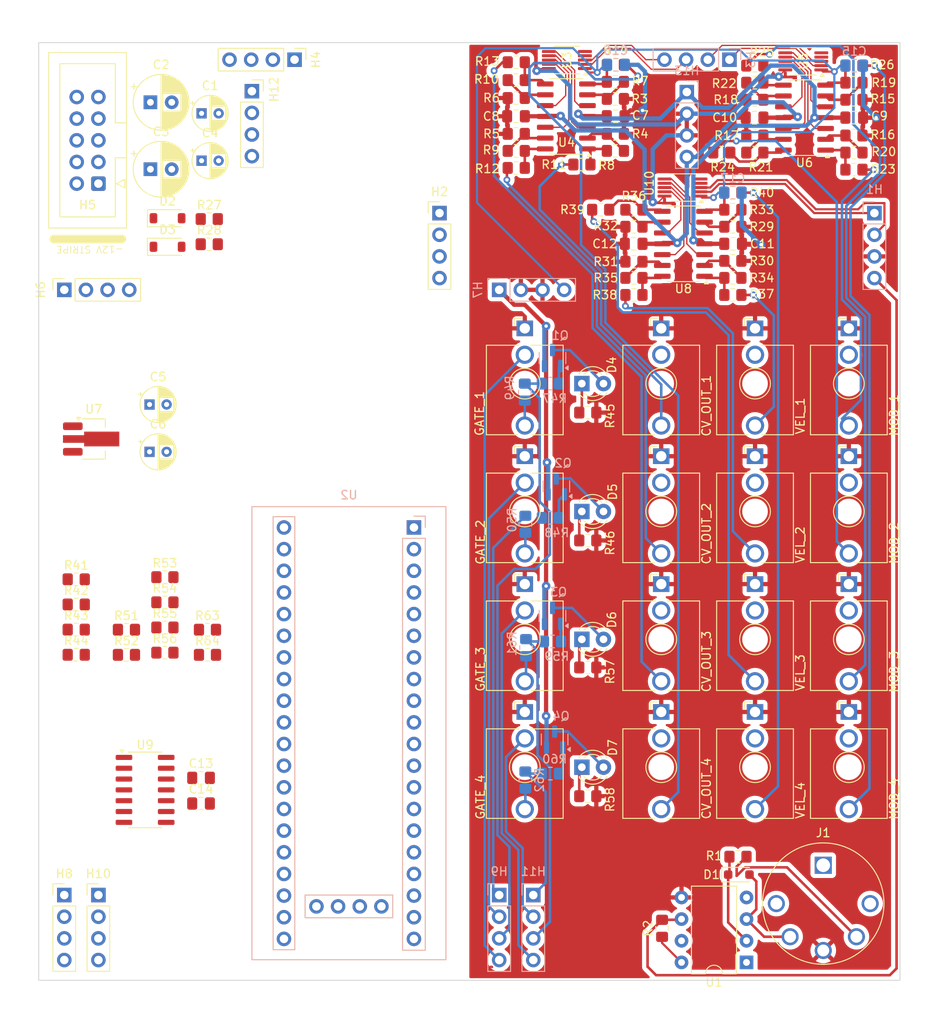
<source format=kicad_pcb>
(kicad_pcb (version 20240108) (generator "pcbnew") (generator_version "8.0")
  (layers (0 "F.Cu" signal) (31 "B.Cu" signal) (34 "B.Paste" user) (35 "F.Paste" user) (36 "B.SilkS" user "B.Silkscreen") (37 "F.SilkS" user "F.Silkscreen") (38 "B.Mask" user) (39 "F.Mask" user) (44 "Edge.Cuts" user))
  (net 0 "")
  (net 1 "GNDREF")
  (net 2 "+12V")
  (net 3 "-12V")
  (net 4 "+5V")
  (net 6 "Net-(CV_OUT_1-PadT)")
  (net 7 "Net-(CV_OUT_2-PadT)")
  (net 9 "Net-(CV_OUT_3-PadT)")
  (net 11 "Net-(CV_OUT_4-PadT)")
  (net 13 "Net-(D1-A)")
  (net 14 "Net-(D1-K)")
  (net 15 "Net-(D2-K)")
  (net 16 "Net-(D2-A)")
  (net 17 "Net-(D3-K)")
  (net 18 "Net-(D3-A)")
  (net 19 "Net-(D4-A)")
  (net 20 "Net-(D4-K)")
  (net 21 "Net-(D5-A)")
  (net 22 "Net-(D5-K)")
  (net 23 "Net-(D6-K)")
  (net 24 "Net-(D6-A)")
  (net 25 "Net-(D7-A)")
  (net 26 "Net-(D7-K)")
  (net 27 "/gate_out/GATE_2_CALLBACK")
  (net 28 "Net-(GATE_1-PadT)")
  (net 29 "Net-(GATE_2-PadT)")
  (net 30 "/gate_out/GATE_1_CALLBACK")
  (net 31 "/gate_out/GATE_3_CALLBACK")
  (net 32 "Net-(GATE_3-PadT)")
  (net 33 "Net-(GATE_4-PadT)")
  (net 34 "/gate_out/GATE_4_CALLBACK")
  (net 36 "Net-(MOD_1-PadT)")
  (net 37 "Net-(MOD_2-PadT)")
  (net 40 "Net-(MOD_3-PadT)")
  (net 41 "Net-(MOD_4-PadT)")
  (net 43 "Net-(Q1-B)")
  (net 44 "+3.3V")
  (net 45 "Net-(U4A--)")
  (net 46 "Net-(U4B--)")
  (net 47 "Net-(U4C--)")
  (net 48 "Net-(U4D--)")
  (net 49 "Net-(R14-Pad2)")
  (net 50 "Net-(R11-Pad2)")
  (net 51 "Net-(R12-Pad2)")
  (net 52 "Net-(R10-Pad1)")
  (net 53 "Net-(U6A--)")
  (net 54 "Net-(U6B--)")
  (net 55 "Net-(U6C--)")
  (net 56 "Net-(U6D--)")
  (net 57 "Net-(R19-Pad1)")
  (net 58 "Net-(R20-Pad1)")
  (net 59 "Net-(R21-Pad1)")
  (net 60 "Net-(R22-Pad1)")
  (net 61 "Net-(U8A--)")
  (net 62 "Net-(U8B--)")
  (net 63 "Net-(U8C--)")
  (net 64 "Net-(U8D--)")
  (net 65 "Net-(R33-Pad1)")
  (net 66 "Net-(R34-Pad1)")
  (net 67 "Net-(R35-Pad1)")
  (net 68 "Net-(R36-Pad1)")
  (net 69 "Net-(U9B--)")
  (net 70 "Net-(U9A--)")
  (net 71 "Net-(H2B-Pin_2)")
  (net 72 "Net-(H2A-Pin_1)")
  (net 73 "Net-(U9D--)")
  (net 74 "Net-(U9C--)")
  (net 75 "Net-(H1D-Pin_4)")
  (net 86 "/mcp4728_cv-out/SDA")
  (net 90 "/mcp4728_mod-wheel-out/SDA")
  (net 95 "/mcp4728_mod-wheel-out/SCL")
  (net 97 "/gate_out/GATE_IN_3")
  (net 98 "/mcp4728_cv-out/SCL")
  (net 99 "/gate_out/GATE_IN_2")
  (net 100 "/gate_out/GATE_IN_4")
  (net 102 "/mcp4728_velocity-out/SCL")
  (net 104 "/mcp4728_velocity-out/SDA")
  (net 106 "/gate_out/GATE_IN_1")
  (net 108 "Net-(U3-VOUTA)")
  (net 111 "Net-(U3-VOUTD)")
  (net 112 "Net-(U3-VOUTB)")
  (net 113 "Net-(U3-VOUTC)")
  (net 114 "Net-(U5-VOUTD)")
  (net 115 "Net-(U5-VOUTB)")
  (net 116 "Net-(U5-VOUTC)")
  (net 119 "Net-(U5-VOUTA)")
  (net 124 "Net-(H4C-Pin_3)")
  (net 125 "Net-(H8A-Pin_1)")
  (net 126 "Net-(H8C-Pin_3)")
  (net 127 "Net-(H9A-Pin_1)")
  (net 128 "Net-(Q2-B)")
  (net 129 "Net-(Q3-B)")
  (net 130 "Net-(Q4-B)")
  (net 131 "Net-(H2D-Pin_4)")
  (net 132 "Net-(H4B-Pin_2)")
  (net 133 "Net-(H4A-Pin_1)")
  (net 134 "Net-(H4D-Pin_4)")
  (net 135 "Net-(H9C-Pin_3)")
  (net 136 "Net-(H10A-Pin_1)")
  (net 137 "Net-(H10C-Pin_3)")
  (net 138 "Net-(H11A-Pin_1)")
  (net 141 "Net-(J1-Pad2)")
  (net 143 "Net-(U10-VOUTA)")
  (net 144 "Net-(U10-VOUTC)")
  (net 145 "Net-(U10-VOUTD)")
  (net 146 "Net-(U10-VOUTB)")
  (net 149 "Net-(H9D-Pin_4)")
  (net 150 "Net-(H9B-Pin_2)")
  (net 151 "Net-(H11B-Pin_2)")
  (net 152 "Net-(H11D-Pin_4)")
  (net 153 "Net-(H11C-Pin_3)")
  (net 154 "Net-(R37-Pad1)")
  (net 155 "Net-(R38-Pad1)")
  (net 156 "Net-(R39-Pad1)")
  (net 157 "Net-(R40-Pad1)")
  (footprint "Resistor_SMD:R_0805_2012Metric_Pad1.20x1.40mm_HandSolder" (layer "F.Cu") (at 119.8 59.6 180)
    (property "Reference" "R36")
    (property "Value" "47K [1%]")
  )
  (footprint "Synth:Jack_3.5mm_QingPu_WQP-PJ398SM_Vertical_CircularHoles" (layer "F.Cu") (at 134 80)
    (property "Reference" "VEL_1")
    (property "Value" "VEL_2")
  )
  (footprint "Package_SO:SOIC-14_3.9x8.7mm_P1.27mm" (layer "F.Cu") (at 111.875 48.66 180)
    (property "Reference" "U4")
    (property "Value" "TL074")
  )
  (footprint "Synth:Jack_3.5mm_QingPu_WQP-PJ398SM_Vertical_CircularHoles" (layer "F.Cu") (at 145 95)
    (property "Reference" "MOD_2")
    (property "Value" "MOD_3")
  )
  (footprint "Package_SO:SOIC-14_3.9x8.7mm_P1.27mm" (layer "F.Cu") (at 125.6 63.6 180)
    (property "Reference" "U8")
    (property "Value" "TL074")
  )
  (footprint "Synth:Jack_3.5mm_QingPu_WQP-PJ398SM_Vertical_CircularHoles" (layer "F.Cu") (at 107 95)
    (property "Reference" "GATE_2")
    (property "Value" "GATE_1")
  )
  (footprint "Package_SO:MSOP-10_3x3mm_P0.5mm" (layer "F.Cu") (at 139.6625 42.2 180)
    (property "Reference" "U5")
    (property "Value" "MCP4728")
  )
  (footprint "Resistor_SMD:R_0805_2012Metric_Pad1.20x1.40mm_HandSolder" (layer "F.Cu") (at 114.39 113.3)
    (property "Reference" "R57")
    (property "Value" "470R")
  )
  (footprint "Synth:Jack_3.5mm_QingPu_WQP-PJ398SM_Vertical_CircularHoles" (layer "F.Cu") (at 145 80)
    (property "Reference" "MOD_1")
    (property "Value" "MOD_2")
  )
  (footprint "Synth:Jack_3.5mm_QingPu_WQP-PJ398SM_Vertical_CircularHoles" (layer "F.Cu") (at 134 95)
    (property "Reference" "VEL_2")
    (property "Value" "VEL_3")
  )
  (footprint "Diode_SMD:D_SOD-323_HandSoldering" (layer "F.Cu") (at 132.1 137.6)
    (property "Reference" "D1")
    (property "Value" "1N4148")
  )
  (footprint "Synth:PinHeader_1x04_P2.54mm_Vertical" (layer "F.Cu") (at 80 42 -90)
    (property "Reference" "H4")
    (property "Value" "PinHeader_01x04")
  )
  (footprint "Synth:Jack_3.5mm_QingPu_WQP-PJ398SM_Vertical_CircularHoles" (layer "F.Cu") (at 123 125)
    (property "Reference" "CV_OUT_4")
    (property "Value" "CV_OUT_1")
  )
  (footprint "Capacitor_THT:CP_Radial_D4.0mm_P2.00mm" (layer "F.Cu") (at 69.1 53.85)
    (property "Reference" "C4")
    (property "Value" "0.1uF")
  )
  (footprint "Resistor_SMD:R_0805_2012Metric_Pad1.20x1.40mm_HandSolder" (layer "F.Cu") (at 117.625 50.7)
    (property "Reference" "R4")
    (property "Value" "10K [1%]")
  )
  (footprint "Synth:Jack_3.5mm_QingPu_WQP-PJ398SM_Vertical_CircularHoles" (layer "F.Cu") (at 123 110)
    (property "Reference" "CV_OUT_3")
    (property "Value" "CV_OUT_4")
  )
  (footprint "Resistor_SMD:R_0805_2012Metric_Pad1.20x1.40mm_HandSolder" (layer "F.Cu") (at 106 52.7 180)
    (property "Reference" "R9")
    (property "Value" "47K [1%]")
  )
  (footprint "Resistor_SMD:R_0805_2012Metric_Pad1.20x1.40mm_HandSolder" (layer "F.Cu") (at 131.4 67.6)
    (property "Reference" "R34")
    (property "Value" "47K [1%]")
  )
  (footprint "Synth:LED_D3.0mm" (layer "F.Cu") (at 115 95)
    (property "Reference" "D5")
    (property "Value" "RED_OUT_20mA")
  )
  (footprint "Synth:Jack_3.5mm_QingPu_WQP-PJ398SM_Vertical_CircularHoles" (layer "F.Cu") (at 107 80)
    (property "Reference" "GATE_1")
    (property "Value" "GATE_2")
  )
  (footprint "Synth:Jack_3.5mm_QingPu_WQP-PJ398SM_Vertical_CircularHoles" (layer "F.Cu") (at 123 95)
    (property "Reference" "CV_OUT_2")
    (property "Value" "CV_OUT_3")
  )
  (footprint "Capacitor_SMD:C_0805_2012Metric_Pad1.18x1.45mm_HandSolder" (layer "F.Cu") (at 69.0375 129.26)
    (property "Reference" "C14")
    (property "Value" "0.1uF")
  )
  (footprint "Resistor_SMD:R_0805_2012Metric_Pad1.20x1.40mm_HandSolder" (layer "F.Cu") (at 106 50.7 180)
    (property "Reference" "R5")
    (property "Value" "10K [1%]")
  )
  (footprint "Capacitor_THT:CP_Radial_D6.3mm_P2.50mm" (layer "F.Cu") (at 63.1 54.85)
    (property "Reference" "C3")
    (property "Value" "47uF")
  )
  (footprint "Package_SO:SOIC-14_3.9x8.7mm_P1.27mm" (layer "F.Cu") (at 139.8 48.8 180)
    (property "Reference" "U6")
    (property "Value" "TL074")
  )
  (footprint "Resistor_SMD:R_0805_2012Metric_Pad1.20x1.40mm_HandSolder" (layer "F.Cu") (at 114.39 83.4)
    (property "Reference" "R45")
    (property "Value" "470R")
  )
  (footprint "Synth:Jack_3.5mm_QingPu_WQP-PJ398SM_Vertical_CircularHoles" (layer "F.Cu") (at 134 110)
    (property "Reference" "VEL_3")
    (property "Value" "VEL_4")
  )
  (footprint "Capacitor_THT:CP_Radial_D4.0mm_P2.00mm" (layer "F.Cu") (at 69.1 48.3)
    (property "Reference" "C1")
    (property "Value" "0.1uF")
  )
  (footprint "Synth:PinHeader_1x04_P2.54mm_Vertical" (layer "F.Cu") (at 53 140)
    (property "Reference" "H8")
    (property "Value" "PinHeader_01x04")
  )
  (footprint "Resistor_SMD:R_0805_2012Metric_Pad1.20x1.40mm_HandSolder" (layer "F.Cu") (at 117.625 52.7)
    (property "Reference" "R8")
    (property "Value" "47K [1%]")
  )
  (footprint "Synth:IDC-Header_2x05_P2.54mm_Vertical" (layer "F.Cu") (at 57 56.54 180)
    (property "Reference" "H5")
    (property "Value" "Conn_02x05_PWR_Eurorack")
  )
  (footprint "Synth:LED_D3.0mm" (layer "F.Cu") (at 115 80)
    (property "Reference" "D4")
    (property "Value" "RED_OUT_20mA")
  )
  (footprint "Resistor_SMD:R_0805_2012Metric_Pad1.20x1.40mm_HandSolder" (layer "F.Cu") (at 130.1 52.9)
    (property "Reference" "R24")
    (property "Value" "1K")
  )
  (footprint "Resistor_SMD:R_0805_2012Metric_Pad1.20x1.40mm_HandSolder" (layer "F.Cu") (at 145.6 44.7)
    (property "Reference" "R19")
    (property "Value" "47K [1%]")
  )
  (footprint "Resistor_SMD:R_0805_2012Metric_Pad1.20x1.40mm_HandSolder" (layer "F.Cu") (at 113.7 54.3)
    (property "Reference" "R11")
    (property "Value" "1K")
  )
  (footprint "Package_SO:MSOP-10_3x3mm_P0.5mm" (layer "F.Cu") (at 111.9375 42.04 180)
    (property "Reference" "U3")
    (property "Value" "MCP4728")
  )
  (footprint "Resistor_SMD:R_0805_2012Metric_Pad1.20x1.40mm_HandSolder" (layer "F.Cu") (at 131.4 57.6 180)
    (property "Reference" "R40")
    (property "Value" "1K")
  )
  (footprint "Resistor_SMD:R_0805_2012Metric_Pad1.20x1.40mm_HandSolder" (layer "F.Cu") (at 54.4 111.81)
    (property "Reference" "R44")
    (property "Value" "100K")
  )
  (footprint "Resistor_SMD:R_0805_2012Metric_Pad1.20x1.40mm_HandSolder" (layer "F.Cu") (at 54.4 108.86)
    (property "Reference" "R43")
    (property "Value" "100K")
  )
  (footprint "Resistor_SMD:R_0805_2012Metric_Pad1.20x1.40mm_HandSolder" (layer "F.Cu") (at 114.39 128.4)
    (property "Reference" "R58")
    (property "Value" "470R")
  )
  (footprint "Resistor_SMD:R_0805_2012Metric_Pad1.20x1.40mm_HandSolder" (layer "F.Cu") (at 69.79 111.82)
    (property "Reference" "R64")
    (property "Value" "100K")
  )
  (footprint "Synth:Jack_3.5mm_QingPu_WQP-PJ398SM_Vertical_CircularHoles" (layer "F.Cu") (at 107 110)
    (property "Reference" "GATE_3")
    (property "Value" "GATE_3")
  )
  (footprint "Synth:PinHeader_1x04_P2.54mm_Vertical" (layer "F.Cu") (at 97 60)
    (property "Reference" "H2")
    (property "Value" "PinHeader_01x04")
  )
  (footprint "Synth:PinSocket_1x04_P2.54mm_Vertical" (layer "F.Cu") (at 75 45.7)
    (property "Reference" "H12")
    (property "Value" "PinSocket_01x04")
  )
  (footprint "Capacitor_SMD:C_0805_2012Metric_Pad1.18x1.45mm_HandSolder" (layer "F.Cu") (at 119.77 63.6)
    (property "Reference" "C12")
    (property "Value" "0.1uF")
  )
  (footprint "Resistor_SMD:R_0805_2012Metric_Pad1.20x1.40mm_HandSolder" (layer "F.Cu") (at 133.975 42.7)
    (property "Reference" "R25")
    (property "Value" "1K")
  )
  (footprint "Synth:Jack_3.5mm_QingPu_WQP-PJ398SM_Vertical_CircularHoles" (layer "F.Cu") (at 145 125)
    (property "Reference" "MOD_4")
    (property "Value" "MOD_1")
  )
  (footprint "Resistor_SMD:R_0805_2012Metric_Pad1.20x1.40mm_HandSolder" (layer "F.Cu") (at 115.9 59.6)
    (property "Reference" "R39")
    (property "Value" "1K")
  )
  (footprint "Package_SO:MSOP-10_3x3mm_P0.5mm" (layer "F.Cu") (at 125.5 57 180)
    (property "Reference" "U10")
    (property "Value" "MCP4728")
  )
  (footprint "Synth:Jack_3.5mm_QingPu_WQP-PJ398SM_Vertical_CircularHoles" (layer "F.Cu") (at 107 125)
    (property "Reference" "GATE_4")
    (property "Value" "GATE_4")
  )
  (footprint "Synth:LED_D3.0mm" (layer "F.Cu") (at 115 110)
    (property "Reference" "D6")
    (property "Value" "RED_OUT_20mA")
  )
  (footprint "Resistor_SMD:R_0805_2012Metric_Pad1.20x1.40mm_HandSolder" (layer "F.Cu") (at 64.8 105.66)
    (property "Reference" "R54")
    (property "Value" "68K")
  )
  (footprint "Resistor_SMD:R_0805_2012Metric_Pad1.20x1.40mm_HandSolder" (layer "F.Cu") (at 145.6 54.9 180)
    (property "Reference" "R23")
    (property "Value" "1K")
  )
  (footprint "Resistor_SMD:R_0805_2012Metric_Pad1.20x1.40mm_HandSolder" (layer "F.Cu") (at 131.4 65.6)
    (property "Reference" "R30")
    (property "Value" "10K [1%]")
  )
  (footprint "Resistor_SMD:R_0805_2012Metric_Pad1.20x1.40mm_HandSolder" (layer "F.Cu") (at 117.625 42.6 180)
    (property "Reference" "R14")
    (property "Value" "1K")
  )
  (footprint "Resistor_SMD:R_0805_2012Metric_Pad1.20x1.40mm_HandSolder" (layer "F.Cu") (at 133.975 50.9 180)
    (property "Reference" "R17")
    (property "Value" "10K [1%]")
  )
  (footprint "Diode_SMD:D_SOD-123" (layer "F.Cu") (at 65.109759 60.6)
    (property "Reference" "D2")
    (property "Value" "1N5819")
  )
  (footprint "Resistor_SMD:R_0805_2012Metric_Pad1.20x1.40mm_HandSolder" (layer "F.Cu") (at 133.975 46.7 180)
    (property "Reference" "R18")
    (property "Value" "10K [1%]")
  )
  (footprint "Resistor_SMD:R_0805_2012Metric_Pad1.20x1.40mm_HandSolder" (layer "F.Cu") (at 145.6 46.7)
    (property "Reference" "R15")
    (property "Value" "10K [1%]")
  )
  (footprint "Resistor_SMD:R_0805_2012Metric_Pad1.20x1.40mm_HandSolder" (layer "F.Cu") (at 60.29 108.87)
    (property "Reference" "R51")
    (property "Value" "100K")
  )
  (footprint "Resistor_SMD:R_0805_2012Metric_Pad1.20x1.40mm_HandSolder" (layer "F.Cu") (at 132 135.5 180)
    (property "Reference" "R1")
    (property "Value" "220R")
  )
  (footprint "Synth:Jack_3.5mm_QingPu_WQP-PJ398SM_Vertical_CircularHoles" (layer "F.Cu") (at 123 80)
    (property "Reference" "CV_OUT_1")
    (property "Value" "CV_OUT_2")
  )
  (footprint "Synth:Jack_3.5mm_QingPu_WQP-PJ398SM_Vertical_CircularHoles" (layer "F.Cu") (at 134 125)
    (property "Reference" "VEL_4")
    (property "Value" "VEL_1")
  )
  (footprint "Capacitor_THT:CP_Radial_D6.3mm_P2.50mm" (layer "F.Cu") (at 63.1 47)
    (property "Reference" "C2")
    (property "Value" "47uF")
  )
  (footprint "Capacitor_SMD:C_0805_2012Metric_Pad1.18x1.45mm_HandSolder" (layer "F.Cu") (at 145.63 48.8)
    (property "Reference" "C9")
    (property "Value" "0.1uF")
  )
  (footprint "Synth:MIDI_DIN5-SD-60BV" (layer "F.Cu") (at 142 141)
    (property "Reference" "J1")
    (property "Value" "DIN-6")
  )
  (footprint "Resistor_SMD:R_0805_2012Metric_Pad1.20x1.40mm_HandSolder" (layer "F.Cu") (at 117.625 44.6)
    (property "Reference" "R7")
    (property "Value" "47K [1%]")
  )
  (footprint "Capacitor_SMD:C_0805_2012Metric_Pad1.18x1.45mm_HandSolder" (layer "F.Cu") (at 105.97 48.64)
    (property "Reference" "C8")
    (property "Value" "0.1uF")
  )
  (footprint "Resistor_SMD:R_0805_2012Metric_Pad1.20x1.40mm_HandSolder" (layer "F.Cu") (at 60.29 111.82)
    (property "Reference" "R52")
    (property "Value" "100K")
  )
  (footprint "Resistor_SMD:R_0805_2012Metric_Pad1.20x1.40mm_HandSolder" (layer "F.Cu") (at 114.39 98.4)
    (property "Reference" "R46")
    (property "Value" "470R")
  )
  (footprint "Resistor_SMD:R_0805_2012Metric_Pad1.20x1.40mm_HandSolder" (layer "F.Cu") (at 106 46.5 180)
    (property "Reference" "R6")
    (property "Value" "10K [1%]")
  )
  (footprint "Resistor_SMD:R_0805_2012Metric_Pad1.20x1.40mm_HandSolder" (layer "F.Cu") (at 131.4 69.6 180)
    (property "Reference" "R37")
    (property "Value" "1K")
  )
  (footprint "Synth:PinHeader_1x04_P2.54mm_Vertical" (layer "F.Cu") (at 57 140)
    (property "Reference" "H10")
    (property "Value" "PinHeader_01x04")
  )
  (footprint "Capacitor_SMD:C_0805_2012Metric_Pad1.18x1.45mm_HandSolder" (layer "F.Cu") (at 133.945 48.8)
    (property "Reference" "C10")
    (property "Value" "0.1uF")
  )
  (footprint "Capacitor_THT:CP_Radial_D4.0mm_P2.00mm" (layer "F.Cu") (at 63 82.45)
    (property "Reference" "C5")
    (property "Value" "0.1uF")
  )
  (footprint "Resistor_SMD:R_0805_2012Metric_Pad1.20x1.40mm_HandSolder" (layer "F.Cu") (at 54.4 102.96)
    (property "Reference" "R41")
    (property "Value" "68K")
  )
  (footprint "Resistor_SMD:R_0805_2012Metric_Pad1.20x1.40mm_HandSolder" (layer "F.Cu") (at 119.8 61.6 180)
    (property "Reference" "R32")
    (property "Value" "10K [1%]")
  )
  (footprint "Resistor_SMD:R_0805_2012Metric_Pad1.20x1.40mm_HandSolder" (layer "F.Cu") (at 131.4 59.6)
    (property "Reference" "R33")
    (property "Value" "47K [1%]")
  )
  (footprint "Capacitor_THT:CP_Radial_D4.0mm_P2.00mm" (layer "F.Cu") (at 63 88)
    (property "Reference" "C6")
    (property "Value" "0.1uF")
  )
  (footprint "Resistor_SMD:R_0805_2012Metric_Pad1.20x1.40mm_HandSolder" (layer "F.Cu") (at 145.6 52.9)
    (property "Reference" "R20")
    (property "Value" "47K [1%]")
  )
  (footprint "Resistor_SMD:R_0805_2012Metric_Pad1.20x1.40mm_HandSolder" (layer "F.Cu") (at 119.8 69.6)
    (property "Reference" "R38")
    (property "Value" "1K")
  )
  (footprint "Synth:Jack_3.5mm_QingPu_WQP-PJ398SM_Vertical_CircularHoles" (layer "F.Cu") (at 145 110)
    (property "Reference" "MOD_3")
    (property "Value" "MOD_4")
  )
  (footprint "Resistor_SMD:R_0805_2012Metric_Pad1.20x1.40mm_HandSolder" (layer "F.Cu") (at 133.975 52.9 180)
    (property "Reference" "R21")
    (property "Value" "47K [1%]")
  )
  (footprint "Resistor_SMD:R_0805_2012Metric_Pad1.20x1.40mm_HandSolder" (layer "F.Cu") (at 119.8 65.7 180)
    (property "Reference" "R31")
    (property "Value" "10K [1%]")
  )
  (footprint "Resistor_SMD:R_0805_2012Metric_Pad1.20x1.40mm_HandSolder" (layer "F.Cu") (at 123.1 143.9 90)
    (property "Reference" "R2")
    (property "Value" "10K")
  )
  (footprint "Resistor_SMD:R_0805_2012Metric_Pad1.20x1.40mm_HandSolder" (layer "F.Cu") (at 64.8 102.71)
    (property "Reference" "R53")
    (property "Value" "68K")
  )
  (footprint "Resistor_SMD:R_0805_2012Metric_Pad1.20x1.40mm_HandSolder" (layer "F.Cu") (at 106 42.3)
    (property "Reference" "R13")
    (property "Value" "1K")
  )
  (footprint "Resistor_SMD:R_0805_2012Metric_Pad1.20x1.40mm_HandSolder" (layer "F.Cu") (at 145.6 42.7 180)
    (property "Reference" "R26")
    (property "Value" "1K")
  )
  (footprint "Capacitor_SMD:C_0805_2012Metric_Pad1.18x1.45mm_HandSolder" (layer "F.Cu") (at 117.655 48.64)
    (property "Reference" "C7")
    (property "Value" "0.1uF")
  )
  (footprint "Synth:LED_D3.0mm" (layer "F.Cu") (at 115 125)
    (property "Reference" "D7")
    (property "Value" "RED_OUT_20mA")
  )
  (footprint "Diode_SMD:D_SOD-123" (layer "F.Cu") (at 65.109759 63.95)
    (property "Reference" "D3")
    (property "Value" "1N5819")
  )
  (footprint "Capacitor_SMD:C_0805_2012Metric_Pad1.18x1.45mm_HandSolder" (layer "F.Cu") (at 69.0375 126.25)
    (property "Reference" "C13")
    (property "Value" "0.1uF")
  )
  (footprint "Resistor_SMD:R_0805_2012Metric_Pad1.20x1.40mm_HandSolder" (layer "F.Cu") (at 54.4 105.91)
    (property "Reference" "R42")
    (property "Value" "68K")
  )
  (footprint "Resistor_SMD:R_0805_2012Metric_Pad1.20x1.40mm_HandSolder" (layer "F.Cu") (at 133.975 44.7 180)
    (property "Reference" "R22")
    (property "Value" "47K [1%]")
  )
  (footprint "Resistor_SMD:R_0805_2012Metric_Pad1.20x1.40mm_HandSolder" (layer "F.Cu") (at 106 54.7)
    (property "Reference" "R12")
    (property "Value" "1K")
  )
  (footprint "Resistor_SMD:R_0805_2012Metric_Pad1.20x1.40mm_HandSolder" (layer "F.Cu") (at 64.8 111.56)
    (property "Reference" "R56")
    (property "Value" "100K")
  )
  (footprint "Resistor_SMD:R_0805_2012Metric_Pad1.20x1.40mm_HandSolder" (layer "F.Cu") (at 64.8 108.61)
    (property "Reference" "R55")
    (property "Value" "100K")
  )
  (footprint "Resistor_SMD:R_0805_2012Metric_Pad1.20x1.40mm_HandSolder" (layer "F.Cu") (at 117.625 46.6)
    (property "Reference" "R3")
    (property "Value" "10K [1%]")
  )
  (footprint "Resistor_SMD:R_0805_2012Metric_Pad1.20x1.40mm_HandSolder" (layer "F.Cu") (at 119.8 67.6 180)
    (property "Reference" "R35")
    (property "Value" "47K [1%]")
  )
  (footprint "Package_TO_SOT_SMD:SOT-89-3_Handsoldering" (layer "F.Cu") (at 56.45 86.5)
    (property "Reference" "U7")
    (property "Value" "L7805")
  )
  (footprint "Resistor_SMD:R_0805_2012Metric_Pad1.20x1.40mm_HandSolder" (layer "F.Cu") (at 131.4 61.6)
    (property "Reference" "R29")
    (property "Value" "10K [1%]")
  )
  (footprint "Synth:PinSocket_1x04_P2.54mm_Vertical" (layer "F.Cu") (at 53 69 90)
    (property "Reference" "H6")
    (property "Value" "PinSocket_01x04")
  )
  (footprint "Resistor_SMD:R_0805_2012Metric_Pad1.20x1.40mm_HandSolder" (layer "F.Cu") (at 145.6 50.9)
    (property "Reference" "R16")
    (property "Value" "10K [1%]")
  )
  (footprint "Resistor_SMD:R_0805_2012Metric_Pad1.20x1.40mm_HandSolder" (layer "F.Cu") (at 106 44.4 180)
    (property "Reference" "R10")
    (property "Value" "47K [1%]")
  )
  (footprint "Package_DIP:DIP-8_W7.62mm" (layer "F.Cu") (at 133 147.9 180)
    (property "Reference" "U1")
    (property "Value" "6N135")
  )
  (footprint "Resistor_SMD:R_0805_2012Metric_Pad1.20x1.40mm_HandSolder" (layer "F.Cu") (at 70 63.65)
    (property "Reference" "R28")
    (property "Value" "10")
  )
  (footprint "Package_SO:SOIC-14_3.9x8.7mm_P1.27mm" (layer "F.Cu") (at 62.475 127.66)
    (property "Reference" "U9")
    (property "Value" "TL074")
  )
  (footprint "Capacitor_SMD:C_0805_2012Metric_Pad1.18x1.45mm_HandSolder" (layer "F.Cu") (at 131.43 63.6)
    (property "Reference" "C11")
    (property "Value" "0.1uF")
  )
  (footprint "Resistor_SMD:R_0805_2012Metric_Pad1.20x1.40mm_HandSolder" (layer "F.Cu") (at 69.79 108.87)
    (property "Reference" "R63")
    (property "Value" "100K")
  )
  (footprint "Resistor_SMD:R_0805_2012Metric_Pad1.20x1.40mm_HandSolder" (layer "F.Cu") (at 70 60.7)
    (property "Reference" "R27")
    (property "Value" "10")
  )
  (footprint "Resistor_SMD:R_0805_2012Metric_Pad1.20x1.40mm_HandSolder" (layer "B.Cu") (at 107 81 90)
    (property "Reference" "R49")
    (property "Value" "1K")
  )
  (footprint "Synth:PinSocket_1x04_P2.54mm_Vertical" (layer "B.Cu") (at 104 140 180)
    (property "Reference" "H9")
    (property "Value" "PinSocket_01x04")
  )
  (footprint "Package_TO_SOT_SMD:SOT-23" (layer "B.Cu") (at 110.5 121.75 90)
    (property "Reference" "Q4")
    (property "Value" "BC848")
  )
  (footprint "Capacitor_SMD:C_0805_2012Metric_Pad1.18x1.45mm_HandSolder" (layer "B.Cu") (at 131.4 57.6 180)
    (property "Reference" "C17")
    (property "Value" "0.1uF")
  )
  (footprint "Resistor_SMD:R_0805_2012Metric_Pad1.20x1.40mm_HandSolder" (layer "B.Cu") (at 107.068278 96.503592 90)
    (property "Reference" "R50")
    (property "Value" "1K")
  )
  (footprint "Resistor_SMD:R_0805_2012Metric_Pad1.20x1.40mm_HandSolder" (layer "B.Cu") (at 107.146223 110.975512 90)
    (property "Reference" "R61")
    (property "Value" "1K")
  )
  (footprint "Synth:PinHeader_1x04_P2.54mm_Vertical" (layer "B.Cu") (at 104 69 -90)
    (property "Reference" "H7")
    (property "Value" "PinHeader_01x04")
  )
  (footprint "Resistor_SMD:R_0805_2012Metric_Pad1.20x1.40mm_HandSolder" (layer "B.Cu") (at 107.068278 126.503592 90)
    (property "Reference" "R62")
    (property "Value" "1K")
  )
  (footprint "Resistor_SMD:R_0805_2012Metric_Pad1.20x1.40mm_HandSolder" (layer "B.Cu") (at 110 80 180)
    (property "Reference" "R47")
    (property "Value" "22K")
  )
  (footprint "Resistor_SMD:R_0805_2012Metric_Pad1.20x1.40mm_HandSolder" (layer "B.Cu") (at 110.25 110.25 180)
    (property "Reference" "R59")
    (property "Value" "22K")
  )
  (footprint "Resistor_SMD:R_0805_2012Metric_Pad1.20x1.40mm_HandSolder" (layer "B.Cu") (at 110 95.75 180)
    (property "Reference" "R48")
    (property "Value" "22K")
  )
  (footprint "Resistor_SMD:R_0805_2012Metric_Pad1.20x1.40mm_HandSolder" (layer "B.Cu") (at 110 125.75 180)
    (property "Reference" "R60")
    (property "Value" "22K")
  )
  (footprint "Package_TO_SOT_SMD:SOT-23" (layer "B.Cu") (at 110.25 107.25 90)
    (property "Reference" "Q3")
    (property "Value" "BC848")
  )
  (footprint "Capacitor_SMD:C_0805_2012Metric_Pad1.18x1.45mm_HandSolder" (layer "B.Cu") (at 117.7 42.6 180)
    (property "Reference" "C16")
    (property "Value" "0.1uF")
  )
  (footprint "Synth:PinHeader_1x04_P2.54mm_Vertical" (layer "B.Cu") (at 126 45.8 180)
    (property "Reference" "H13")
    (property "Value" "PinHeader_01x04")
  )
  (footprint "Package_TO_SOT_SMD:SOT-23" (layer "B.Cu") (at 110.7 92.0625 90)
    (property "Reference" "Q2")
    (property "Value" "BC848")
  )
  (footprint "Package_TO_SOT_SMD:SOT-23" (layer "B.Cu") (at 110.25 77 90)
    (property "Reference" "Q1")
    (property "Value" "BC848")
  )
  (footprint "Synth:PinSocket_1x04_P2.54mm_Vertical" (layer "B.Cu") (at 148 60 180)
    (property "Reference" "H1")
    (property "Value" "PinSocket_01x04")
  )
  (footprint "stm32:YAAJ_WeAct_BlackPill_SWD_2" (layer "B.Cu") (at 94 96.88 180)
    (property "Reference" "U2")
    (property "Value" "YAAJ_WeAct_BlackPill_Part_Like" (hide yes))
  )
  (footprint "Capacitor_SMD:C_0805_2012Metric_Pad1.18x1.45mm_HandSolder" (layer "B.Cu") (at 145.6375 42.7 180)
    (property "Reference" "C15")
    (property "Value" "0.1uF")
  )
  (footprint "Synth:PinSocket_1x04_P2.54mm_Vertical" (layer "B.Cu") (at 131 42 90)
    (property "Reference" "H3")
    (property "Value" "PinSocket_01x04")
  )
  (footprint "Synth:PinSocket_1x04_P2.54mm_Vertical" (layer "B.Cu") (at 108 140 180)
    (property "Reference" "H11")
    (property "Value" "PinSocket_01x04")
  )
  (gr_rect (start 50 40) (end 151 150) (stroke (width 0.1)) (fill none) (layer "Edge.Cuts"))
  (segment (start 132.325 40.675) (end 131 42) (width 0.15) (layer "F.Cu") (net 0))
  (segment (start 141.132082 59.55) (end 146.1 59.55) (width 0.25) (layer "F.Cu") (net 0))
  (segment (start 137.707082 56.125) (end 141.132082 59.55) (width 0.25) (layer "F.Cu") (net 0))
  (segment (start 146.825 58.825) (end 149.175 58.825) (width 0.25) (layer "F.Cu") (net 0))
  (segment (start 128.743504 57) (end 129.618504 56.125) (width 0.25) (layer "F.Cu") (net 0))
  (segment (start 137.520686 56.575) (end 129.8049 56.575) (width 0.25) (layer "F.Cu") (net 0))
  (segment (start 140.805026 42.7) (end 138.780026 40.675) (width 0.15) (layer "F.Cu") (net 0))
  (segment (start 149.175 58.825) (end 149.175 61.365) (width 0.25) (layer "F.Cu") (net 0))
  (segment (start 129.618504 56.125) (end 137.707082 56.125) (width 0.25) (layer "F.Cu") (net 0))
  (segment (start 130.135 40.325) (end 138.925 40.325) (width 0.15) (layer "F.Cu") (net 0))
  (segment (start 149.175 61.365) (end 148 62.54) (width 0.25) (layer "F.Cu") (net 0))
  (segment (start 140.8 42.2) (end 141.775 42.2) (width 0.15) (layer "F.Cu") (net 0))
  (segment (start 146.1 59.55) (end 146.825 58.825) (width 0.25) (layer "F.Cu") (net 0))
  (segment (start 129.8049 56.575) (end 128.8799 57.5) (width 0.25) (layer "F.Cu") (net 0))
  (segment (start 128.8799 57.5) (end 127.6125 57.5) (width 0.25) (layer "F.Cu") (net 0))
  (segment (start 140.945686 60) (end 137.520686 56.575) (width 0.25) (layer "F.Cu") (net 0))
  (segment (start 138.925 40.325) (end 140.8 42.2) (width 0.15) (layer "F.Cu") (net 0))
  (segment (start 127.6125 57) (end 128.743504 57) (width 0.25) (layer "F.Cu") (net 0))
  (segment (start 138.780026 40.675) (end 132.325 40.675) (width 0.15) (layer "F.Cu") (net 0))
  (segment (start 141.775 42.7) (end 140.805026 42.7) (width 0.15) (layer "F.Cu") (net 0))
  (segment (start 128.46 42) (end 130.135 40.325) (width 0.15) (layer "F.Cu") (net 0))
  (segment (start 148 60) (end 140.945686 60) (width 0.25) (layer "F.Cu") (net 0))
  (segment (start 123.3875 58) (end 122.6875 58.7) (width 0.15) (layer "F.Cu") (net 1))
  (segment (start 119.3825 47.95) (end 118.6925 48.64) (width 0.5) (layer "F.Cu") (net 1))
  (segment (start 148.2 48.8) (end 146.6675 48.8) (width 0.5) (layer "F.Cu") (net 1))
  (segment (start 136.779036 43.970964) (end 137.55 43.2) (width 0.15) (layer "F.Cu") (net 1))
  (segment (start 103 148.4) (end 103.118299 148.4) (width 0.25) (layer "F.Cu") (net 1))
  (segment (start 108.66 43.04) (end 108.4 43.3) (width 0.15) (layer "F.Cu") (net 1))
  (segment (start 136.779036 43.990001) (end 136.779036 43.970964) (width 0.15) (layer "F.Cu") (net 1))
  (segment (start 132.5675 63.7) (end 132.4675 63.6) (width 0.5) (layer "F.Cu") (net 1))
  (segment (start 108.4 43.3) (end 108.535 43.165) (width 0.5) (layer "F.Cu") (net 1))
  (segment (start 122.6875 58.7) (end 122 58.7) (width 0.15) (layer "F.Cu") (net 1))
  (segment (start 120.8 47.95) (end 119.3825 47.95) (width 0.5) (layer "F.Cu") (net 1))
  (segment (start 134.7 63.7) (end 132.5675 63.7) (width 0.5) (layer "F.Cu") (net 1))
  (segment (start 103.118299 148.4) (end 103.16915 148.450851) (width 0.25) (layer "F.Cu") (net 1))
  (segment (start 109.825 43.04) (end 108.66 43.04) (width 0.15) (layer "F.Cu") (net 1))
  (via (at 120.8 47.95) (size 1) (drill 0.4) (layers "F.Cu" "B.Cu") (net 1))
  (via (at 134.7 63.7) (size 1) (drill 0.4) (layers "F.Cu" "B.Cu") (net 1))
  (via (at 136.779036 43.990001) (size 1) (drill 0.4) (layers "F.Cu" "B.Cu") (net 1))
  (via (at 122 58.7) (size 1) (drill 0.4) (layers "F.Cu" "B.Cu") (net 1))
  (via (at 108.4 43.3) (size 1) (drill 0.4) (layers "F.Cu" "B.Cu") (net 1))
  (via (at 148.2 48.8) (size 1) (drill 0.4) (layers "F.Cu" "B.Cu") (net 1))
  (segment (start 120.8 47.95) (end 121.1 47.65) (width 0.5) (layer "B.Cu") (net 1))
  (segment (start 136.779036 43.990001) (end 135.530099 43.990001) (width 0.5) (layer "B.Cu") (net 1))
  (segment (start 126 48.34) (end 124.74 49.6) (width 0.5) (layer "B.Cu") (net 1))
  (segment (start 122 52.5) (end 122 58.7) (width 0.5) (layer "B.Cu") (net 1))
  (segment (start 135.530099 43.990001) (end 131.1801 48.34) (width 0.5) (layer "B.Cu") (net 1))
  (segment (start 120.3 42.6) (end 118.7375 42.6) (width 0.5) (layer "B.Cu") (net 1))
  (segment (start 112.325 45.125) (end 110.5 43.3) (width 0.5) (layer "B.Cu") (net 1))
  (segment (start 121.1 47.65) (end 121.1 43.4) (width 0.5) (layer "B.Cu") (net 1))
  (segment (start 146.675 42.7) (end 146.675 47.275) (width 0.5) (layer "B.Cu") (net 1))
  (segment (start 132.4375 61.4375) (end 134.7 63.7) (width 0.5) (layer "B.Cu") (net 1))
  (segment (start 121.1 43.4) (end 120.3 42.6) (width 0.5) (layer "B.Cu") (net 1))
  (segment (start 146.675 47.275) (end 148.2 48.8) (width 0.5) (layer "B.Cu") (net 1))
  (segment (start 113.176897 49.6) (end 112.325 48.748103) (width 0.5) (layer "B.Cu") (net 1))
  (segment (start 123.62 50.88) (end 122 52.5) (width 0.5) (layer "B.Cu") (net 1))
  (segment (start 112.325 48.748103) (end 112.325 45.125) (width 0.5) (layer "B.Cu") (net 1))
  (segment (start 131.1801 48.34) (end 126 48.34) (width 0.5) (layer "B.Cu") (net 1))
  (segment (start 110.5 43.3) (end 108.4 43.3) (width 0.5) (layer "B.Cu") (net 1))
  (segment (start 124.74 49.6) (end 113.176897 49.6) (width 0.5) (layer "B.Cu") (net 1))
  (segment (start 126 50.88) (end 123.62 50.88) (width 0.5) (layer "B.Cu") (net 1))
  (segment (start 132.4375 57.6) (end 132.4375 61.4375) (width 0.5) (layer "B.Cu") (net 1))
  (segment (start 114.35 48.66) (end 113.5804 48.66) (width 0.5) (layer "F.Cu") (net 2))
  (segment (start 126.774999 63.184902) (end 127.659902 63.184902) (width 0.5) (layer "F.Cu") (net 2))
  (segment (start 130.3925 63.6) (end 128.075 63.6) (width 0.5) (layer "F.Cu") (net 2))
  (segment (start 113.5804 48.66) (end 113.275 48.3546) (width 0.5) (layer "F.Cu") (net 2))
  (segment (start 109.5 103.75) (end 109.5 73.25) (width 0.5) (layer "F.Cu") (net 2))
  (segment (start 127.659902 63.184902) (end 128.075 63.6) (width 0.5) (layer "F.Cu") (net 2))
  (segment (start 142.275 48.8) (end 144.5925 48.8) (width 0.5) (layer "F.Cu") (net 2))
  (segment (start 114.37 48.64) (end 114.35 48.66) (width 0.5) (layer "F.Cu") (net 2))
  (segment (start 116.6175 48.64) (end 114.37 48.64) (width 0.5) (layer "F.Cu") (net 2))
  (segment (start 107 70.75) (end 105.75 70.75) (width 0.5) (layer "F.Cu") (net 2))
  (segment (start 105.75 70.75) (end 104 69) (width 0.5) (layer "F.Cu") (net 2))
  (segment (start 140.975 48.8) (end 142.275 48.8) (width 0.5) (layer "F.Cu") (net 2))
  (segment (start 109.5 119) (end 109.5 103.75) (width 0.5) (layer "F.Cu") (net 2))
  (segment (start 109.5 73.25) (end 107 70.75) (width 0.5) (layer "F.Cu") (net 2))
  (via (at 140.975 48.8) (size 1) (drill 0.4) (layers "F.Cu" "B.Cu") (net 2))
  (via (at 109.5 73.25) (size 1) (drill 0.4) (layers "F.Cu" "B.Cu") (net 2))
  (via (at 109.6 89.25) (size 1) (drill 0.4) (layers "F.Cu" "B.Cu") (net 2))
  (via (at 126.774999 63.184902) (size 1) (drill 0.4) (layers "F.Cu" "B.Cu") (net 2))
  (via (at 109.5 103.75) (size 1) (drill 0.4) (layers "F.Cu" "B.Cu") (net 2))
  (via (at 109.5 119) (size 1) (drill 0.4) (layers "F.Cu" "B.Cu") (net 2))
  (via (at 113.275 48.3546) (size 1) (drill 0.4) (layers "F.Cu" "B.Cu") (net 2))
  (segment (start 122.9 48.9) (end 126 45.8) (width 0.5) (layer "B.Cu") (net 2))
  (segment (start 109.3 103.95) (end 109.5 103.75) (width 0.5) (layer "B.Cu") (net 2))
  (segment (start 113.275 48.3546) (end 113.8204 48.9) (width 0.5) (layer "B.Cu") (net 2))
  (segment (start 126 45.8) (end 127.84 47.64) (width 0.5) (layer "B.Cu") (net 2))
  (segment (start 138.45 42.7) (end 140.975 45.225) (width 0.5) (layer "B.Cu") (net 2))
  (segment (start 126.775 54.725) (end 131.75 49.75) (width 0.5) (layer "B.Cu") (net 2))
  (segment (start 131.75 49.75) (end 140.025 49.75) (width 0.5) (layer "B.Cu") (net 2))
  (segment (start 135.83015 42.7) (end 138.45 42.7) (width 0.5) (layer "B.Cu") (net 2))
  (segment (start 126.774999 63.184902) (end 126.775 63.184901) (width 0.5) (layer "B.Cu") (net 2))
  (segment (start 109.75 89.4) (end 109.75 93) (width 0.5) (layer "B.Cu") (net 2))
  (segment (start 109.3 77.9375) (end 109.3 73.45) (width 0.5) (layer "B.Cu") (net 2))
  (segment (start 109.6 89.25) (end 109.75 89.4) (width 0.5) (layer "B.Cu") (net 2))
  (segment (start 140.975 45.225) (end 140.975 48.8) (width 0.5) (layer "B.Cu") (net 2))
  (segment (start 140.025 49.75) (end 140.975 48.8) (width 0.5) (layer "B.Cu") (net 2))
  (segment (start 113.8204 48.9) (end 122.9 48.9) (width 0.5) (layer "B.Cu") (net 2))
  (segment (start 126.775 63.184901) (end 126.775 54.725) (width 0.5) (layer "B.Cu") (net 2))
  (segment (start 109.55 119.05) (end 109.5 119) (width 0.5) (layer "B.Cu") (net 2))
  (segment (start 109.3 73.45) (end 109.5 73.25) (width 0.5) (layer "B.Cu") (net 2))
  (segment (start 130.89015 47.64) (end 135.83015 42.7) (width 0.5) (layer "B.Cu") (net 2))
  (segment (start 127.84 47.64) (end 130.89015 47.64) (width 0.5) (layer "B.Cu") (net 2))
  (segment (start 109.55 122.6875) (end 109.55 119.05) (width 0.5) (layer "B.Cu") (net 2))
  (segment (start 109.3 108.1875) (end 109.3 103.95) (width 0.5) (layer "B.Cu") (net 2))
  (segment (start 123.225 63.5) (end 123.125 63.6) (width 0.5) (layer "F.Cu") (net 3))
  (segment (start 109.46 48.6) (end 109.4 48.66) (width 0.5) (layer "F.Cu") (net 3))
  (segment (start 137.325 48.8) (end 134.9825 48.8) (width 0.5) (layer "F.Cu") (net 3))
  (segment (start 109.38 48.64) (end 109.4 48.66) (width 0.5) (layer "F.Cu") (net 3))
  (segment (start 137.425 48.7) (end 137.325 48.8) (width 0.5) (layer "F.Cu") (net 3))
  (segment (start 120.8075 63.6) (end 123.125 63.6) (width 0.5) (layer "F.Cu") (net 3))
  (segment (start 107.0075 48.64) (end 109.38 48.64) (width 0.5) (layer "F.Cu") (net 3))
  (segment (start 139 48.7) (end 137.425 48.7) (width 0.5) (layer "F.Cu") (net 3))
  (segment (start 124.875 63.5) (end 123.225 63.5) (width 0.5) (layer "F.Cu") (net 3))
  (segment (start 111.2 48.6) (end 109.46 48.6) (width 0.5) (layer "F.Cu") (net 3))
  (via (at 139 48.7) (size 1) (drill 0.4) (layers "F.Cu" "B.Cu") (net 3))
  (via (at 124.875 63.5) (size 1) (drill 0.4) (layers "F.Cu" "B.Cu") (net 3))
  (via (at 111.2 48.6) (size 1) (drill 0.4) (layers "F.Cu" "B.Cu") (net 3))
  (segment (start 127.09005 53.42) (end 133.51005 47) (width 0.5) (layer "B.Cu") (net 3))
  (segment (start 121.05 59.675) (end 121.05 52.55) (width 0.5) (layer "B.Cu") (net 3))
  (segment (start 111.2 48.613053) (end 111.2 48.6) (width 0.5) (layer "B.Cu") (net 3))
  (segment (start 137.3 47) (end 139 48.7) (width 0.5) (layer "B.Cu") (net 3))
  (segment (start 118.8 50.3) (end 112.886947 50.3) (width 0.5) (layer "B.Cu") (net 3))
  (segment (start 126 53.42) (end 126 62.375) (width 0.5) (layer "B.Cu") (net 3))
  (segment (start 112.886947 50.3) (end 111.2 48.613053) (width 0.5) (layer "B.Cu") (net 3))
  (segment (start 126 62.375) (end 124.875 63.5) (width 0.5) (layer "B.Cu") (net 3))
  (segment (start 124.875 63.5) (end 121.05 59.675) (width 0.5) (layer "B.Cu") (net 3))
  (segment (start 121.05 52.55) (end 118.8 50.3) (width 0.5) (layer "B.Cu") (net 3))
  (segment (start 133.51005 47) (end 137.3 47) (width 0.5) (layer "B.Cu") (net 3))
  (segment (start 126 53.42) (end 127.09005 53.42) (width 0.5) (layer "B.Cu") (net 3))
  (segment (start 114.51 43.5) (end 114.05 43.04) (width 0.25) (layer "F.Cu") (net 4))
  (segment (start 129.129585 58.180649) (end 127.793149 58.180649) (width 0.25) (layer "F.Cu") (net 4))
  (segment (start 115.5 43.5) (end 114.51 43.5) (width 0.25) (layer "F.Cu") (net 4))
  (segment (start 143.3 43.4) (end 141.975 43.4) (width 0.25) (layer "F.Cu") (net 4))
  (segment (start 141.975 43.4) (end 141.775 43.2) (width 0.25) (layer "F.Cu") (net 4))
  (segment (start 127.793149 58.180649) (end 127.6125 58) (width 0.25) (layer "F.Cu") (net 4))
  (via (at 143.3 43.4) (size 0.8) (drill 0.4) (layers "F.Cu" "B.Cu") (net 4))
  (via (at 129.129585 58.180649) (size 0.8) (drill 0.4) (layers "F.Cu" "B.Cu") (net 4))
  (via (at 115.5 43.5) (size 0.8) (drill 0.4) (layers "F.Cu" "B.Cu") (net 4))
  (segment (start 130.3625 51.950672) (end 131.813172 50.5) (width 0.25) (layer "B.Cu") (net 4))
  (segment (start 116.4 42.6) (end 115.5 43.5) (width 0.25) (layer "B.Cu") (net 4))
  (segment (start 142 42.1) (end 143.3 43.4) (width 0.25) (layer "B.Cu") (net 4))
  (segment (start 115.5 41.5) (end 116.175 40.825) (width 0.25) (layer "B.Cu") (net 4))
  (segment (start 131.813172 50.5) (end 140.441727 50.5) (width 0.25) (layer "B.Cu") (net 4))
  (segment (start 144.6 42.7) (end 144 42.7) (width 0.25) (layer "B.Cu") (net 4))
  (segment (start 129.710234 57.6) (end 129.129585 58.180649) (width 0.25) (layer "B.Cu") (net 4))
  (segment (start 143.3 47.641727) (end 143.3 43.4) (width 0.25) (layer "B.Cu") (net 4))
  (segment (start 111.62 69) (end 101.4 58.78) (width 0.25) (layer "B.Cu") (net 4))
  (segment (start 116.175 40.825) (end 132.175 40.825) (width 0.25) (layer "B.Cu") (net 4))
  (segment (start 144 42.7) (end 143.3 43.4) (width 0.25) (layer "B.Cu") (net 4))
  (segment (start 130.3625 57.6) (end 130.3625 51.950672) (width 0.25) (layer "B.Cu") (net 4))
  (segment (start 130.3625 57.6) (end 129.710234 57.6) (width 0.25) (layer "B.Cu") (net 4))
  (segment (start 102.4 40.65) (end 112.65 40.65) (width 0.25) (layer "B.Cu") (net 4))
  (segment (start 132.175 40.825) (end 133.45 42.1) (width 0.25) (layer "B.Cu") (net 4))
  (segment (start 115.5 43.5) (end 115.5 41.5) (width 0.25) (layer "B.Cu") (net 4))
  (segment (start 140.441727 50.5) (end 143.3 47.641727) (width 0.25) (layer "B.Cu") (net 4))
  (segment (start 101.4 41.65) (end 102.4 40.65) (width 0.25) (layer "B.Cu") (net 4))
  (segment (start 116.6625 42.6) (end 116.4 42.6) (width 0.25) (layer "B.Cu") (net 4))
  (segment (start 133.45 42.1) (end 142 42.1) (width 0.25) (layer "B.Cu") (net 4))
  (segment (start 101.4 58.78) (end 101.4 41.65) (width 0.25) (layer "B.Cu") (net 4))
  (segment (start 112.65 40.65) (end 115.5 43.5) (width 0.25) (layer "B.Cu") (net 4))
  (segment (start 112.7 54.3) (end 111.3 54.3) (width 0.3) (layer "F.Cu") (net 6))
  (via (at 111.3 54.3) (size 0.8) (drill 0.4) (layers "F.Cu" "B.Cu") (net 6))
  (segment (start 123 80.12) (end 123 84.92) (width 0.3) (layer "B.Cu") (net 6))
  (segment (start 115.95 73.07) (end 123 80.12) (width 0.3) (layer "B.Cu") (net 6))
  (segment (start 115.95 66.785788) (end 115.95 73.07) (width 0.3) (layer "B.Cu") (net 6))
  (segment (start 111.3 54.3) (end 108.75 56.85) (width 0.3) (layer "B.Cu") (net 6))
  (segment (start 108.75 59.585788) (end 115.95 66.785788) (width 0.3) (layer "B.Cu") (net 6))
  (segment (start 108.75 56.85) (end 108.75 59.585788) (width 0.3) (layer "B.Cu") (net 6))
  (segment (start 104.905331 56.094669) (end 104.905331 54.794669) (width 0.3) (layer "F.Cu") (net 7))
  (segment (start 104.905331 54.794669) (end 105 54.7) (width 0.3) (layer "F.Cu") (net 7))
  (via (at 104.905331 56.094669) (size 0.8) (drill 0.4) (layers "F.Cu" "B.Cu") (net 7))
  (segment (start 121.2 98.12) (end 121.2 79.027106) (width 0.3) (layer "B.Cu") (net 7))
  (segment (start 115.45 66.992893) (end 115.157107 66.7) (width 0.3) (layer "B.Cu") (net 7))
  (segment (start 105 56.542894) (end 105 56.189338) (width 0.3) (layer "B.Cu") (net 7))
  (segment (start 115.45 73.277106) (end 115.45 66.992893) (width 0.3) (layer "B.Cu") (net 7))
  (segment (start 105 56.189338) (end 104.905331 56.094669) (width 0.3) (layer "B.Cu") (net 7))
  (segment (start 121.2 79.027106) (end 115.45 73.277106) (width 0.3) (layer "B.Cu") (net 7))
  (segment (start 115.157107 66.7) (end 115.157106 66.7) (width 0.3) (layer "B.Cu") (net 7))
  (segment (start 115.157106 66.7) (end 105 56.542894) (width 0.3) (layer "B.Cu") (net 7))
  (segment (start 123 99.92) (end 121.2 98.12) (width 0.3) (layer "B.Cu") (net 7))
  (segment (start 104.4 42.3) (end 105 42.3) (width 0.3) (layer "F.Cu") (net 9))
  (segment (start 103.4 43.3) (end 104.4 42.3) (width 0.3) (layer "F.Cu") (net 9))
  (via (at 103.4 43.3) (size 0.8) (drill 0.4) (layers "F.Cu" "B.Cu") (net 9))
  (segment (start 120.7 79.234213) (end 120.7 112.62) (width 0.3) (layer "B.Cu") (net 9))
  (segment (start 103.4 43.3) (end 103.4 55.65) (width 0.3) (layer "B.Cu") (net 9))
  (segment (start 114.95 73.484213) (end 120.7 79.234213) (width 0.3) (layer "B.Cu") (net 9))
  (segment (start 114.95 67.2) (end 114.95 73.484213) (width 0.3) (layer "B.Cu") (net 9))
  (segment (start 120.7 112.62) (end 123 114.92) (width 0.3) (layer "B.Cu") (net 9))
  (segment (start 103.4 55.65) (end 114.95 67.2) (width 0.3) (layer "B.Cu") (net 9))
  (segment (start 120.25 43.9) (end 118.95 42.6) (width 0.3) (layer "F.Cu") (net 11))
  (segment (start 118.95 42.6) (end 118.625 42.6) (width 0.3) (layer "F.Cu") (net 11))
  (via (at 120.25 43.9) (size 0.8) (drill 0.4) (layers "F.Cu" "B.Cu") (net 11))
  (segment (start 125 127.92) (end 123 129.92) (width 0.3) (layer "B.Cu") (net 11))
  (segment (start 116.157106 66.285788) (end 116.157107 66.285788) (width 0.3) (layer "B.Cu") (net 11))
  (segment (start 108.097918 42.4) (end 107.55 42.947918) (width 0.3) (layer "B.Cu") (net 11))
  (segment (start 119.85 44.3) (end 115.239339 44.3) (width 0.3) (layer "B.Cu") (net 11))
  (segment (start 116.157107 66.285788) (end 116.45 66.578681) (width 0.3) (layer "B.Cu") (net 11))
  (segment (start 107.55 46.152082) (end 113.6 52.202082) (width 0.3) (layer "B.Cu") (net 11))
  (segment (start 120.25 43.9) (end 119.85 44.3) (width 0.3) (layer "B.Cu") (net 11))
  (segment (start 116.45 72.862894) (end 125 81.412894) (width 0.3) (layer "B.Cu") (net 11))
  (segment (start 116.45 66.578681) (end 116.45 72.862894) (width 0.3) (layer "B.Cu") (net 11))
  (segment (start 107.55 42.947918) (end 107.55 46.152082) (width 0.3) (layer "B.Cu") (net 11))
  (segment (start 125 81.412894) (end 125 127.92) (width 0.3) (layer "B.Cu") (net 11))
  (segment (start 115.239339 44.3) (end 113.339339 42.4) (width 0.3) (layer "B.Cu") (net 11))
  (segment (start 113.6 52.202082) (end 113.6 63.728682) (width 0.3) (layer "B.Cu") (net 11))
  (segment (start 113.339339 42.4) (end 108.097918 42.4) (width 0.3) (layer "B.Cu") (net 11))
  (segment (start 113.6 63.728682) (end 116.157106 66.285788) (width 0.3) (layer "B.Cu") (net 11))
  (segment (start 133.35 137.6) (end 134.15 138.4) (width 0.3) (layer "F.Cu") (net 13))
  (segment (start 138.110913 144.889087) (end 135.069087 144.889087) (width 0.3) (layer "F.Cu") (net 13))
  (segment (start 135.069087 144.889087) (end 133 142.82) (width 0.3) (layer "F.Cu") (net 13))
  (segment (start 134.15 138.4) (end 134.15 141.67) (width 0.3) (layer "F.Cu") (net 13))
  (segment (start 134.15 141.67) (end 133 142.82) (width 0.3) (layer "F.Cu") (net 13))
  (segment (start 131 137.45) (end 130.85 137.6) (width 0.3) (layer "F.Cu") (net 14))
  (segment (start 130.85 143.21) (end 133 145.36) (width 0.3) (layer "F.Cu") (net 14))
  (segment (start 131 135.5) (end 131 137.45) (width 0.3) (layer "F.Cu") (net 14))
  (segment (start 130.85 137.6) (end 130.85 143.21) (width 0.3) (layer "F.Cu") (net 14))
  (segment (start 110.25 76.0625) (end 112.2925 76.0625) (width 0.3) (layer "B.Cu") (net 19))
  (segment (start 112.2925 76.0625) (end 116.23 80) (width 0.3) (layer "B.Cu") (net 19))
  (segment (start 113.69 83.1) (end 113.39 83.4) (width 0.3) (layer "F.Cu") (net 20))
  (segment (start 113.69 80) (end 113.69 83.1) (width 0.3) (layer "F.Cu") (net 20))
  (segment (start 110.7 91.125) (end 112.355 91.125) (width 0.3) (layer "B.Cu") (net 21))
  (segment (start 112.355 91.125) (end 116.23 95) (width 0.3) (layer "B.Cu") (net 21))
  (segment (start 113.39 95.3) (end 113.69 95) (width 0.3) (layer "F.Cu") (net 22))
  (segment (start 113.39 98.4) (end 113.39 95.3) (width 0.3) (layer "F.Cu") (net 22))
  (segment (start 113.39 110.3) (end 113.69 110) (width 0.3) (layer "F.Cu") (net 23))
  (segment (start 113.39 113.3) (end 113.39 110.3) (width 0.3) (layer "F.Cu") (net 23))
  (segment (start 110.25 106.3125) (end 112.5425 106.3125) (width 0.3) (layer "B.Cu") (net 24))
  (segment (start 112.5425 106.3125) (end 116.23 110) (width 0.3) (layer "B.Cu") (net 24))
  (segment (start 112.0425 120.8125) (end 116.23 125) (width 0.3) (layer "B.Cu") (net 25))
  (segment (start 110.5 120.8125) (end 112.0425 120.8125) (width 0.3) (layer "B.Cu") (net 25))
  (segment (start 113.39 125.3) (end 113.69 125) (width 0.3) (layer "F.Cu") (net 26))
  (segment (start 113.39 128.4) (end 113.39 125.3) (width 0.3) (layer "F.Cu") (net 26))
  (segment (start 107 82) (end 107 84.92) (width 0.3) (layer "B.Cu") (net 28))
  (segment (start 107.068278 99.851722) (end 107 99.92) (width 0.3) (layer "B.Cu") (net 29))
  (segment (start 107.068278 97.503592) (end 107.068278 99.851722) (width 0.3) (layer "B.Cu") (net 29))
  (segment (start 107.146223 114.773777) (end 107 114.92) (width 0.3) (layer "B.Cu") (net 32))
  (segment (start 107.146223 111.975512) (end 107.146223 114.773777) (width 0.3) (layer "B.Cu") (net 32))
  (segment (start 107.068278 127.503592) (end 107.068278 129.851722) (width 0.3) (layer "B.Cu") (net 33))
  (segment (start 107.068278 129.851722) (end 107 129.92) (width 0.3) (layer "B.Cu") (net 33))
  (segment (start 147.9 54.9) (end 146.6 54.9) (width 0.3) (layer "F.Cu") (net 36))
  (via (at 147.9 54.9) (size 0.8) (drill 0.4) (layers "F.Cu" "B.Cu") (net 36))
  (segment (start 146.415 81.905) (end 146.415 72.355) (width 0.3) (layer "B.Cu") (net 36))
  (segment (start 144.2 84.12) (end 146.415 81.905) (width 0.3) (layer "B.Cu") (net 36))
  (segment (start 144.2 58.6) (end 147.9 54.9) (width 0.3) (layer "B.Cu") (net 36))
  (segment (start 146.415 72.355) (end 144.2 70.14) (width 0.3) (layer "B.Cu") (net 36))
  (segment (start 144.2 70.14) (end 144.2 58.6) (width 0.3) (layer "B.Cu") (net 36))
  (segment (start 145 84.92) (end 144.2 84.12) (width 0.3) (layer "B.Cu") (net 36))
  (segment (start 130.458052 51.541948) (end 131.796529 51.541948) (width 0.3) (layer "F.Cu") (net 37))
  (segment (start 129.1 52.9) (end 130.458052 51.541948) (width 0.3) (layer "F.Cu") (net 37))
  (via (at 131.796529 51.541948) (size 0.8) (drill 0.4) (layers "F.Cu" "B.Cu") (net 37))
  (segment (start 143.585 98.505) (end 145 99.92) (width 0.3) (layer "B.Cu") (net 37))
  (segment (start 136.441948 51.541948) (end 143.585 58.685) (width 0.3) (layer "B.Cu") (net 37))
  (segment (start 143.585 58.685) (end 143.585 98.505) (width 0.3) (layer "B.Cu") (net 37))
  (segment (start 131.796529 51.541948) (end 136.441948 51.541948) (width 0.3) (layer "B.Cu") (net 37))
  (segment (start 134.325 41.35) (end 135.7 41.35) (width 0.3) (layer "F.Cu") (net 40))
  (segment (start 132.975 42.7) (end 134.325 41.35) (width 0.3) (layer "F.Cu") (net 40))
  (via (at 135.7 41.35) (size 0.8) (drill 0.4) (layers "F.Cu" "B.Cu") (net 40))
  (segment (start 148.65 55.210661) (end 144.7 59.160661) (width 0.3) (layer "B.Cu") (net 40))
  (segment (start 146.915 72.147893) (end 146.915 113.005) (width 0.3) (layer "B.Cu") (net 40))
  (segment (start 148.65 52.713479) (end 148.65 55.210661) (width 0.3) (layer "B.Cu") (net 40))
  (segment (start 143.967956 40.4) (end 145.5375 41.969544) (width 0.3) (layer "B.Cu") (net 40))
  (segment (start 145.5375 49.600979) (end 148.65 52.713479) (width 0.3) (layer "B.Cu") (net 40))
  (segment (start 146.915 113.005) (end 145 114.92) (width 0.3) (layer "B.Cu") (net 40))
  (segment (start 145.5375 41.969544) (end 145.5375 49.600979) (width 0.3) (layer "B.Cu") (net 40))
  (segment (start 144.7 69.932893) (end 146.915 72.147893) (width 0.3) (layer "B.Cu") (net 40))
  (segment (start 135.7 41.35) (end 136.65 40.4) (width 0.3) (layer "B.Cu") (net 40))
  (segment (start 136.65 40.4) (end 143.967956 40.4) (width 0.3) (layer "B.Cu") (net 40))
  (segment (start 144.7 59.160661) (end 144.7 69.932893) (width 0.3) (layer "B.Cu") (net 40))
  (segment (start 146.6 42.7) (end 148 42.7) (width 0.3) (layer "F.Cu") (net 41))
  (via (at 148 42.7) (size 0.8) (drill 0.4) (layers "F.Cu" "B.Cu") (net 41))
  (segment (start 147.415 71.940787) (end 147.415 127.505) (width 0.3) (layer "B.Cu") (net 41))
  (segment (start 147.415 127.505) (end 145 129.92) (width 0.3) (layer "B.Cu") (net 41))
  (segment (start 149.2 43.9) (end 149.2 55.367767) (width 0.3) (layer "B.Cu") (net 41))
  (segment (start 145.2 59.367767) (end 145.2 69.725787) (width 0.3) (layer "B.Cu") (net 41))
  (segment (start 149.2 55.367767) (end 145.2 59.367767) (width 0.3) (layer "B.Cu") (net 41))
  (segment (start 148 42.7) (end 149.2 43.9) (width 0.3) (layer "B.Cu") (net 41))
  (segment (start 145.2 69.725787) (end 147.415 71.940787) (width 0.3) (layer "B.Cu") (net 41))
  (segment (start 111 80) (end 111 78.1375) (width 0.3) (layer "B.Cu") (net 43))
  (segment (start 111 78.1375) (end 111.2 77.9375) (width 0.3) (layer "B.Cu") (net 43))
  (segment (start 123.1 144.9) (end 123.1 145.62) (width 0.25) (layer "F.Cu") (net 44))
  (segment (start 123.1 145.62) (end 125.38 147.9) (width 0.25) (layer "F.Cu") (net 44))
  (segment (start 116.625 50.7) (end 118.625 52.7) (width 0.3) (layer "F.Cu") (net 45))
  (segment (start 116.625 50.7) (end 114.85 50.7) (width 0.3) (layer "F.Cu") (net 45))
  (segment (start 114.85 50.7) (end 114.35 51.2) (width 0.3) (layer "F.Cu") (net 45))
  (segment (start 116.625 46.6) (end 118.625 44.6) (width 0.3) (layer "F.Cu") (net 46))
  (segment (start 114.35 46.12) (end 116.145 46.12) (width 0.3) (layer "F.Cu") (net 46))
  (segment (start 116.145 46.12) (end 116.625 46.6) (width 0.3) (layer "F.Cu") (net 46))
  (segment (start 107.38 46.12) (end 107 46.5) (width 0.3) (layer "F.Cu") (net 47))
  (segment (start 109.4 46.12) (end 107.38 46.12) (width 0.3) (layer "F.Cu") (net 47))
  (segment (start 107 46.5) (end 107 46.4) (width 0.3) (layer "F.Cu") (net 47))
  (segment (start 107 46.4) (end 105 44.4) (width 0.3) (layer "F.Cu") (net 47))
  (segment (start 109.4 51.2) (end 107.5 51.2) (width 0.3) (layer "F.Cu") (net 48))
  (segment (start 105 52.7) (end 107 50.7) (width 0.3) (layer "F.Cu") (net 48))
  (segment (start 107.5 51.2) (end 107 50.7) (width 0.3) (layer "F.Cu") (net 48))
  (segment (start 116.625 44.6) (end 116.625 42.6) (width 0.3) (layer "F.Cu") (net 49))
  (segment (start 114.35 44.85) (end 116.375 44.85) (width 0.3) (layer "F.Cu") (net 49))
  (segment (start 116.375 44.85) (end 116.625 44.6) (width 0.3) (layer "F.Cu") (net 49))
  (segment (start 114.7 54.3) (end 114.7 52.82) (width 0.3) (layer "F.Cu") (net 50))
  (segment (start 114.7 52.82) (end 114.35 52.47) (width 0.3) (layer "F.Cu") (net 50))
  (segment (start 114.35 52.47) (end 116.395 52.47) (width 0.3) (layer "F.Cu") (net 50))
  (segment (start 116.395 52.47) (end 116.625 52.7) (width 0.3) (layer "F.Cu") (net 50))
  (segment (start 107 52.7) (end 107 54.7) (width 0.3) (layer "F.Cu") (net 51))
  (segment (start 107.23 52.47) (end 107 52.7) (width 0.3) (layer "F.Cu") (net 51))
  (segment (start 109.4 52.47) (end 107.23 52.47) (width 0.3) (layer "F.Cu") (net 51))
  (segment (start 108.95 44.4) (end 109.4 44.85) (width 0.3) (layer "F.Cu") (net 52))
  (segment (start 107 44.4) (end 108.95 44.4) (width 0.3) (layer "F.Cu") (net 52))
  (segment (start 107 44.4) (end 107 42.3) (width 0.3) (layer "F.Cu") (net 52))
  (segment (start 142.715 50.9) (end 142.275 51.34) (width 0.3) (layer "F.Cu") (net 53))
  (segment (start 144.6 50.9) (end 142.715 50.9) (width 0.3) (layer "F.Cu") (net 53))
  (segment (start 146.6 52.9) (end 144.6 50.9) (width 0.3) (layer "F.Cu") (net 53))
  (segment (start 144.6 46.7) (end 142.715 46.7) (width 0.3) (layer "F.Cu") (net 54))
  (segment (start 142.715 46.7) (end 142.275 46.26) (width 0.3) (layer "F.Cu") (net 54))
  (segment (start 146.6 44.7) (end 144.6 46.7) (width 0.3) (layer "F.Cu") (net 54))
  (segment (start 135.415 46.26) (end 134.975 46.7) (width 0.3) (layer "F.Cu") (net 55))
  (segment (start 137.325 46.26) (end 135.415 46.26) (width 0.3) (layer "F.Cu") (net 55))
  (segment (start 132.975 44.7) (end 134.975 46.7) (width 0.3) (layer "F.Cu") (net 55))
  (segment (start 132.975 52.9) (end 134.975 50.9) (width 0.3) (layer "F.Cu") (net 56))
  (segment (start 135.415 51.34) (end 134.975 50.9) (width 0.3) (layer "F.Cu") (net 56))
  (segment (start 137.325 51.34) (end 135.415 51.34) (width 0.3) (layer "F.Cu") (net 56))
  (segment (start 144.6 44.7) (end 144.6 42.7) (width 0.3) (layer "F.Cu") (net 57))
  (segment (start 142.565 44.7) (end 142.275 44.99) (width 0.3) (layer "F.Cu") (net 57))
  (segment (start 144.6 44.7) (end 142.565 44.7) (width 0.3) (layer "F.Cu") (net 57))
  (segment (start 144.6 52.9) (end 144.6 54.9) (width 0.3) (layer "F.Cu") (net 58))
  (segment (start 144.31 52.61) (end 144.6 52.9) (width 0.3) (layer "F.Cu") (net 58))
  (segment (start 142.275 52.61) (end 144.31 52.61) (width 0.3) (layer "F.Cu") (net 58))
  (segment (start 132.15 53.95) (end 133.925 53.95) (width 0.3) (layer "F.Cu") (net 59))
  (segment (start 131.1 52.9) (end 132.15 53.95) (width 0.3) (layer "F.Cu") (net 59))
  (segment (start 134.975 52.9) (end 137.035 52.9) (width 0.3) (layer "F.Cu") (net 59))
  (segment (start 133.925 53.95) (end 134.975 52.9) (width 0.3) (layer "F.Cu") (net 59))
  (segment (start 137.035 52.9) (end 137.325 52.61) (width 0.3) (layer "F.Cu") (net 59))
  (segment (start 137.325 44.99) (end 135.265 44.99) (width 0.3) (layer "F.Cu") (net 60))
  (segment (start 135.265 44.99) (end 134.975 44.7) (width 0.3) (layer "F.Cu") (net 60))
  (segment (start 134.975 44.7) (end 134.975 42.7) (width 0.3) (layer "F.Cu") (net 60))
  (segment (start 128.615 65.6) (end 128.075 66.14) (width 0.3) (layer "F.Cu") (net 61))
  (segment (start 130.4 65.6) (end 132.4 67.6) (width 0.3) (layer "F.Cu") (net 61))
  (segment (start 130.4 65.6) (end 128.615 65.6) (width 0.3) (layer "F.Cu") (net 61))
  (segment (start 130.4 61.6) (end 132.4 59.6) (width 0.3) (layer "F.Cu") (net 62))
  (segment (start 130.4 61.6) (end 128.615 61.6) (width 0.3) (layer "F.Cu") (net 62))
  (segment (start 128.615 61.6) (end 128.075 61.06) (width 0.3) (layer "F.Cu") (net 62))
  (segment (start 123.125 61.06) (end 121.34 61.06) (width 0.3) (layer "F.Cu") (net 63))
  (segment (start 120.8 61.6) (end 118.8 59.6) (width 0.3) (layer "F.Cu") (net 63))
  (segment (start 121.34 61.06) (end 120.8 61.6) (width 0.3) (layer "F.Cu") (net 63))
  (segment (start 120.8 65.7) (end 120.7 65.7) (width 0.3) (layer "F.Cu") (net 64))
  (segment (start 120.7 65.7) (end 118.8 67.6) (width 0.3) (layer "F.Cu") (net 64))
  (segment (start 120.8 65.7) (end 122.685 65.7) (width 0.3) (layer "F.Cu") (net 64))
  (segment (start 122.685 65.7) (end 123.125 66.14) (width 0.3) (layer "F.Cu") (net 64))
  (segment (start 130.4 57.6) (end 130.4 59.6) (width 0.3) (layer "F.Cu") (net 65))
  (segment (start 128.265 59.6) (end 128.075 59.79) (width 0.3) (layer "F.Cu") (net 65))
  (segment (start 130.4 59.6) (end 128.265 59.6) (width 0.3) (layer "F.Cu") (net 65))
  (segment (start 130.4 67.6) (end 130.4 69.6) (width 0.3) (layer "F.Cu") (net 66))
  (segment (start 130.4 67.6) (end 128.265 67.6) (width 0.3) (layer "F.Cu") (net 66))
  (segment (start 128.265 67.6) (end 128.075 67.41) (width 0.3) (layer "F.Cu") (net 66))
  (segment (start 120.8 67.6) (end 122.935 67.6) (width 0.3) (layer "F.Cu") (net 67))
  (segment (start 120.8 67.6) (end 120.8 69.6) (width 0.3) (layer "F.Cu") (net 67))
  (segment (start 122.935 67.6) (end 123.125 67.41) (width 0.3) (layer "F.Cu") (net 67))
  (segment (start 116.9 59.6) (end 117.95 58.55) (width 0.3) (layer "F.Cu") (net 68))
  (segment (start 119.75 58.55) (end 120.8 59.6) (width 0.3) (layer "F.Cu") (net 68))
  (segment (start 117.95 58.55) (end 119.75 58.55) (width 0.3) (layer "F.Cu") (net 68))
  (segment (start 122.935 59.6) (end 123.125 59.79) (width 0.3) (layer "F.Cu") (net 68))
  (segment (start 120.8 59.6) (end 122.935 59.6) (width 0.3) (layer "F.Cu") (net 68))
  (segment (start 149.8 149.4) (end 122.4 149.4) (width 0.3) (layer "F.Cu") (net 75))
  (segment (start 125.3 142.9) (end 125.38 142.82) (width 0.3) (layer "F.Cu") (net 75))
  (segment (start 122.4 149.4) (end 121.4 148.4) (width 0.3) (layer "F.Cu") (net 75))
  (segment (start 150.6 148.6) (end 149.8 149.4) (width 0.3) (layer "F.Cu") (net 75))
  (segment (start 148 67.62) (end 150.6 70.22) (width 0.3) (layer "F.Cu") (net 75))
  (segment (start 150.6 70.22) (end 150.6 148.6) (width 0.3) (layer "F.Cu") (net 75))
  (segment (start 123.1 142.9) (end 125.3 142.9) (width 0.3) (layer "F.Cu") (net 75))
  (segment (start 121.4 144.6) (end 123.1 142.9) (width 0.3) (layer "F.Cu") (net 75))
  (segment (start 121.4 148.4) (end 121.4 144.6) (width 0.3) (layer "F.Cu") (net 75))
  (segment (start 121.2 42) (end 119.525 40.325) (width 0.15) (layer "F.Cu") (net 86))
  (segment (start 123.38 42) (end 121.2 42) (width 0.15) (layer "F.Cu") (net 86))
  (segment (start 119.525 40.325) (end 116.592576 40.325) (width 0.15) (layer "F.Cu") (net 86))
  (segment (start 116.592576 40.325) (end 114.877576 42.04) (width 0.15) (layer "F.Cu") (net 86))
  (segment (start 114.877576 42.04) (end 114.05 42.04) (width 0.15) (layer "F.Cu") (net 86))
  (segment (start 121.830026 43.125) (end 119.380026 40.675) (width 0.15) (layer "F.Cu") (net 98))
  (segment (start 124.795 43.125) (end 121.830026 43.125) (width 0.15) (layer "F.Cu") (net 98))
  (segment (start 125.92 42) (end 124.795 43.125) (width 0.15) (layer "F.Cu") (net 98))
  (segment (start 114.877576 42.54) (end 114.05 42.54) (width 0.15) (layer "F.Cu") (net 98))
  (segment (start 119.380026 40.675) (end 116.742576 40.675) (width 0.15) (layer "F.Cu") (net 98))
  (segment (start 116.742576 40.675) (end 114.877576 42.54) (width 0.15) (layer "F.Cu") (net 98))
  (segment (start 113.375001 47.39) (end 114.35 47.39) (width 0.15) (layer "F.Cu") (net 108))
  (segment (start 109.825 41.04) (end 110.652576 41.04) (width 0.15) (layer "F.Cu") (net 108))
  (segment (start 110.652576 41.04) (end 112.85 43.237424) (width 0.15) (layer "F.Cu") (net 108))
  (segment (start 112.85 43.237424) (end 112.85 46.864999) (width 0.15) (layer "F.Cu") (net 108))
  (segment (start 112.85 46.864999) (end 113.375001 47.39) (width 0.15) (layer "F.Cu") (net 108))
  (segment (start 109.825 42.54) (end 110.652576 42.54) (width 0.15) (layer "F.Cu") (net 111))
  (segment (start 111.8 43.687424) (end 111.8 46.2) (width 0.15) (layer "F.Cu") (net 111))
  (segment (start 110.652576 42.54) (end 111.8 43.687424) (width 0.15) (layer "F.Cu") (net 111))
  (segment (start 111.8 46.2) (end 110.61 47.39) (width 0.15) (layer "F.Cu") (net 111))
  (segment (start 110.61 47.39) (end 109.4 47.39) (width 0.15) (layer "F.Cu") (net 111))
  (segment (start 112.5 43.387424) (end 112.5 49.3) (width 0.15) (layer "F.Cu") (net 112))
  (segment (start 110.652576 41.54) (end 112.5 43.387424) (width 0.15) (layer "F.Cu") (net 112))
  (segment (start 112.5 49.3) (end 113.13 49.93) (width 0.15) (layer "F.Cu") (net 112))
  (segment (start 109.825 41.54) (end 110.652576 41.54) (width 0.15) (layer "F.Cu") (net 112))
  (segment (start 113.13 49.93) (end 114.35 49.93) (width 0.15) (layer "F.Cu") (net 112))
  (segment (start 112.15 43.537424) (end 112.15 49.35) (width 0.15) (layer "F.Cu") (net 113))
  (segment (start 111.57 49.93) (end 109.4 49.93) (width 0.15) (layer "F.Cu") (net 113))
  (segment (start 109.825 42.04) (end 110.652576 42.04) (width 0.15) (layer "F.Cu") (net 113))
  (segment (start 110.652576 42.04) (end 112.15 43.537424) (width 0.15) (layer "F.Cu") (net 113))
  (segment (start 112.15 49.35) (end 111.57 49.93) (width 0.15) (layer "F.Cu") (net 113))
  (segment (start 138.37 47.53) (end 137.325 47.53) (width 0.15) (layer "F.Cu") (net 114))
  (segment (start 138.5 42.7) (end 139.5 43.7) (width 0.15) (layer "F.Cu") (net 114))
  (segment (start 139.5 46.4) (end 138.37 47.53) (width 0.15) (layer "F.Cu") (net 114))
  (segment (start 139.5 43.7) (end 139.5 46.4) (width 0.15) (layer "F.Cu") (net 114))
  (segment (start 137.55 42.7) (end 138.5 42.7) (width 0.15) (layer "F.Cu") (net 114))
  (segment (start 138.48995 41.7) (end 140.2 43.41005) (width 0.15) (layer "F.Cu") (net 115))
  (segment (start 140.2 49.2) (end 141.07 50.07) (width 0.15) (layer "F.Cu") (net 115))
  (segment (start 140.2 43.41005) (end 140.2 49.2) (width 0.15) (layer "F.Cu") (net 115))
  (segment (start 137.55 41.7) (end 138.48995 41.7) (width 0.15) (layer "F.Cu") (net 115))
  (segment (start 141.07 50.07) (end 142.275 50.07) (width 0.15) (layer "F.Cu") (net 115))
  (segment (start 139.85 49.35) (end 139.13 50.07) (width 0.15) (layer "F.Cu") (net 116))
  (segment (start 139.13 50.07) (end 137.325 50.07) (width 0.15) (layer "F.Cu") (net 116))
  (segment (start 137.55 42.2) (end 138.494975 42.2) (width 0.15) (layer "F.Cu") (net 116))
  (segment (start 138.494975 42.2) (end 139.85 43.555025) (width 0.15) (layer "F.Cu") (net 116))
  (segment (start 139.85 43.555025) (end 139.85 49.35) (width 0.15) (layer "F.Cu") (net 116))
  (segment (start 140.55 46.75) (end 141.33 47.53) (width 0.15) (layer "F.Cu") (net 119))
  (segment (start 141.33 47.53) (end 142.275 47.53) (width 0.15) (layer "F.Cu") (net 119))
  (segment (start 137.55 41.2) (end 138.484925 41.2) (width 0.15) (layer "F.Cu") (net 119))
  (segment (start 138.484925 41.2) (end 140.55 43.265075) (width 0.15) (layer "F.Cu") (net 119))
  (segment (start 140.55 43.265075) (end 140.55 46.75) (width 0.15) (layer "F.Cu") (net 119))
  (segment (start 103.3 139.3) (end 103.3 99.27187) (width 0.3) (layer "B.Cu") (net 127))
  (segment (start 104 140) (end 103.3 139.3) (width 0.3) (layer "B.Cu") (net 127))
  (segment (start 103.3 99.27187) (end 107.068278 95.503592) (width 0.3) (layer "B.Cu") (net 127))
  (segment (start 111 95.75) (end 111 93.65) (width 0.3) (layer "B.Cu") (net 128))
  (segment (start 111 93.65) (end 111.65 93) (width 0.3) (layer "B.Cu") (net 128))
  (segment (start 111.2 110.2) (end 111.25 110.25) (width 0.3) (layer "B.Cu") (net 129))
  (segment (start 111.2 108.1875) (end 111.2 110.2) (width 0.3) (layer "B.Cu") (net 129))
  (segment (start 111.45 122.6875) (end 111.45 125.3) (width 0.3) (layer "B.Cu") (net 130))
  (segment (start 111.45 125.3) (end 111 125.75) (width 0.3) (layer "B.Cu") (net 130))
  (segment (start 108.75 81.75) (end 107 80) (width 0.3) (layer "B.Cu") (net 135))
  (segment (start 109 80) (end 107 80) (width 0.3) (layer "B.Cu") (net 135))
  (segment (start 103.8 103.7) (end 105.75 101.75) (width 0.3) (layer "B.Cu") (net 135))
  (segment (start 104 145.08) (end 105.2 143.88) (width 0.3) (layer "B.Cu") (net 135))
  (segment (start 108.25 101.75) (end 109.95 100.05) (width 0.3) (layer "B.Cu") (net 135))
  (segment (start 105.2 143.88) (end 105.2 134.364214) (width 0.3) (layer "B.Cu") (net 135))
  (segment (start 108.75 93.844544) (end 108.75 81.75) (width 0.3) (layer "B.Cu") (net 135))
  (segment (start 105.2 134.364214) (end 103.8 132.964214) (width 0.3) (layer "B.Cu") (net 135))
  (segment (start 109.95 100.05) (end 109.95 95.044544) (width 0.3) (layer "B.Cu") (net 135))
  (segment (start 105.75 101.75) (end 108.25 101.75) (width 0.3) (layer "B.Cu") (net 135))
  (segment (start 109.95 95.044544) (end 108.75 93.844544) (width 0.3) (layer "B.Cu") (net 135))
  (segment (start 103.8 132.964214) (end 103.8 103.7) (width 0.3) (layer "B.Cu") (net 135))
  (segment (start 109.45 127.885314) (end 109.45 138.55) (width 0.3) (layer "B.Cu") (net 138))
  (segment (start 107.068278 125.503592) (end 109.45 127.885314) (width 0.3) (layer "B.Cu") (net 138))
  (segment (start 109.45 138.55) (end 108 140) (width 0.3) (layer "B.Cu") (net 138))
  (segment (start 109 125.75) (end 107.314686 125.75) (width 0.3) (layer "B.Cu") (net 138))
  (segment (start 107.314686 125.75) (end 107.068278 125.503592) (width 0.3) (layer "B.Cu") (net 138))
  (segment (start 132.844544 136.75) (end 137.75 136.75) (width 0.3) (layer "F.Cu") (net 141))
  (segment (start 131.85 137.744544) (end 132.844544 136.75) (width 0.3) (layer "F.Cu") (net 141))
  (segment (start 131.85 136.65) (end 131.85 137.744544) (width 0.3) (layer "F.Cu") (net 141))
  (segment (start 133 135.5) (end 131.85 136.65) (width 0.3) (layer "F.Cu") (net 141))
  (segment (start 137.75 136.75) (end 145.889087 144.889087) (width 0.3) (layer "F.Cu") (net 141))
  (segment (start 123.3875 56) (end 124.215076 56) (width 0.15) (layer "F.Cu") (net 143))
  (segment (start 126.35 58.134924) (end 126.35 61.15) (width 0.15) (layer "F.Cu") (net 143))
  (segment (start 124.215076 56) (end 126.35 58.134924) (width 0.15) (layer "F.Cu") (net 143))
  (segment (start 127.53 62.33) (end 128.075 62.33) (width 0.15) (layer "F.Cu") (net 143))
  (segment (start 126.35 61.15) (end 127.53 62.33) (width 0.15) (layer "F.Cu") (net 143))
  (segment (start 125.65 63.85) (end 124.63 64.87) (width 0.15) (layer "F.Cu") (net 144))
  (segment (start 125.65 58.434924) (end 125.65 63.85) (width 0.15) (layer "F.Cu") (net 144))
  (segment (start 124.63 64.87) (end 123.125 64.87) (width 0.15) (layer "F.Cu") (net 144))
  (segment (start 124.215076 57) (end 125.65 58.434924) (width 0.15) (layer "F.Cu") (net 144))
  (segment (start 123.3875 57) (end 124.215076 57) (width 0.15) (layer "F.Cu") (net 144))
  (segment (start 123.77 62.33) (end 123.125 62.33) (width 0.15) (layer "F.Cu") (net 145))
  (segment (start 123.3875 57.5) (end 124.215076 57.5) (width 0.15) (layer "F.Cu") (net 145))
  (segment (start 125.3 58.584924) (end 125.3 60.8) (width 0.15) (layer "F.Cu") (net 145))
  (segment (start 125.3 60.8) (end 123.77 62.33) (width 0.15) (layer "F.Cu") (net 145))
  (segment (start 124.215076 57.5) (end 125.3 58.584924) (width 0.15) (layer "F.Cu") (net 145))
  (segment (start 126 58.284924) (end 126 63.6) (width 0.15) (layer "F.Cu") (net 146))
  (segment (start 127.27 64.87) (end 128.075 64.87) (width 0.15) (layer "F.Cu") (net 146))
  (segment (start 124.215076 56.5) (end 126 58.284924) (width 0.15) (layer "F.Cu") (net 146))
  (segment (start 123.3875 56.5) (end 124.215076 56.5) (width 0.15) (layer "F.Cu") (net 146))
  (segment (start 126 63.6) (end 127.27 64.87) (width 0.15) (layer "F.Cu") (net 146))
  (segment (start 102.3 81.32) (end 107 76.62) (width 0.3) (layer "B.Cu") (net 149))
  (segment (start 102.3 145.92) (end 102.3 81.32) (width 0.3) (layer "B.Cu") (net 149))
  (segment (start 104 147.62) (end 102.3 145.92) (width 0.3) (layer "B.Cu") (net 149))
  (segment (start 104 142.54) (end 102.8 141.34) (width 0.3) (layer "B.Cu") (net 150))
  (segment (start 102.8 141.34) (end 102.8 95.82) (width 0.3) (layer "B.Cu") (net 150))
  (segment (start 102.8 95.82) (end 107 91.62) (width 0.3) (layer "B.Cu") (net 150))
  (segment (start 108 142.54) (end 106.75 141.29) (width 0.3) (layer "B.Cu") (net 151))
  (segment (start 106.75 134.5) (end 104.8 132.55) (width 0.3) (layer "B.Cu") (net 151))
  (segment (start 106.75 141.29) (end 106.75 134.5) (width 0.3) (layer "B.Cu") (net 151))
  (segment (start 104.8 123.82) (end 107 121.62) (width 0.3) (layer "B.Cu") (net 151))
  (segment (start 104.8 132.55) (end 104.8 123.82) (width 0.3) (layer "B.Cu") (net 151))
  (segment (start 104.3 132.757107) (end 104.3 109.32) (width 0.3) (layer "B.Cu") (net 152))
  (segment (start 108 147.62) (end 106.25 145.87) (width 0.3) (layer "B.Cu") (net 152))
  (segment (start 106.25 134.707106) (end 105.292893 133.75) (width 0.3) (layer "B.Cu") (net 152))
  (segment (start 104.3 109.32) (end 107 106.62) (width 0.3) (layer "B.Cu") (net 152))
  (segment (start 106.25 145.87) (end 106.25 134.707106) (width 0.3) (layer "B.Cu") (net 152))
  (segment (start 105.292893 133.75) (end 104.3 132.757107) (width 0.3) (layer "B.Cu") (net 152))
  (segment (start 108.5 123.594544) (end 108.5 111.329289) (width 0.3) (layer "B.Cu") (net 153))
  (segment (start 107.420711 110.25) (end 107.146223 109.975512) (width 0.3) (layer "B.Cu") (net 153))
  (segment (start 109.95 125.044544) (end 108.5 123.594544) (width 0.3) (layer "B.Cu") (net 153))
  (segment (start 108.5 111.329289) (end 107.146223 109.975512) (width 0.3) (layer "B.Cu") (net 153))
  (segment (start 108 145.08) (end 109.95 143.13) (width 0.3) (layer "B.Cu") (net 153))
  (segment (start 109.25 110.25) (end 107.420711 110.25) (width 0.3) (layer "B.Cu") (net 153))
  (segment (start 109.95 143.13) (end 109.95 125.044544) (width 0.3) (layer "B.Cu") (net 153))
  (segment (start 132.4 69.6) (end 133.8 69.6) (width 0.3) (layer "F.Cu") (net 154))
  (via (at 133.8 69.6) (size 0.8) (drill 0.4) (layers "F.Cu" "B.Cu") (net 154))
  (segment (start 136.2 72) (end 136.2 82.72) (width 0.3) (layer "B.Cu") (net 154))
  (segment (start 136.2 82.72) (end 134 84.92) (width 0.3) (layer "B.Cu") (net 154))
  (segment (start 133.8 69.6) (end 136.2 72) (width 0.3) (layer "B.Cu") (net 154))
  (segment (start 118.8 70.9) (end 118.8 69.6) (width 0.3) (layer "F.Cu") (net 155))
  (via (at 118.8 70.9) (size 0.8) (drill 0.4) (layers "F.Cu" "B.Cu") (net 155))
  (segment (start 131.4 74.1) (end 128.45 71.15) (width 0.3) (layer "B.Cu") (net 155))
  (segment (start 128.45 71.15) (end 119.05 71.15) (width 0.3) (layer "B.Cu") (net 155))
  (segment (start 131.4 97.32) (end 131.4 74.1) (width 0.3) (layer "B.Cu") (net 155))
  (segment (start 119.05 71.15) (end 118.8 70.9) (width 0.3) (layer "B.Cu") (net 155))
  (segment (start 134 99.92) (end 131.4 97.32) (width 0.3) (layer "B.Cu") (net 155))
  (segment (start 114.9 60.8) (end 115.080331 60.980331) (width 0.3) (layer "F.Cu") (net 156))
  (segment (start 114.9 59.6) (end 114.9 60.8) (width 0.3) (layer "F.Cu") (net 156))
  (via (at 115.080331 60.980331) (size 0.8) (drill 0.4) (layers "F.Cu" "B.Cu") (net 156))
  (segment (start 117.9 71.060661) (end 118.489339 71.65) (width 0.3) (layer "B.Cu") (net 156))
  (segment (start 115.080331 60.980331) (end 117.9 63.8) (width 0.3) (layer "B.Cu") (net 156))
  (segment (start 130.9 111.82) (end 134 114.92) (width 0.3) (layer "B.Cu") (net 156))
  (segment (start 130.9 74.307106) (end 130.9 111.82) (width 0.3) (layer "B.Cu") (net 156))
  (segment (start 118.489339 71.65) (end 128.242894 71.65) (width 0.3) (layer "B.Cu") (net 156))
  (segment (start 128.242894 71.65) (end 130.9 74.307106) (width 0.3) (layer "B.Cu") (net 156))
  (segment (start 117.9 63.8) (end 117.9 71.060661) (width 0.3) (layer "B.Cu") (net 156))
  (segment (start 132.4 57.6) (end 133.8 57.6) (width 0.3) (layer "F.Cu") (net 157))
  (via (at 133.8 57.6) (size 0.8) (drill 0.4) (layers "F.Cu" "B.Cu") (net 157))
  (segment (start 136.7 127.22) (end 134 129.92) (width 0.3) (layer "B.Cu") (net 157))
  (segment (start 133.8 57.6) (end 136.7 60.5) (width 0.3) (layer "B.Cu") (net 157))
  (segment (start 136.7 60.5) (end 136.7 127.22) (width 0.3) (layer "B.Cu") (net 157))
  (zone (net 1) (net_name "GNDREF") (layer "F.Cu") (connect_pads (clearance 0.5)) (min_thickness 0.25) (fill yes (thermal_gap 0.5) (thermal_bridge_width 0.5))
    (polygon (pts (xy 100.5 35) (xy 155 35) (xy 155 155) (xy 100.5 155)))
  )
)
</source>
